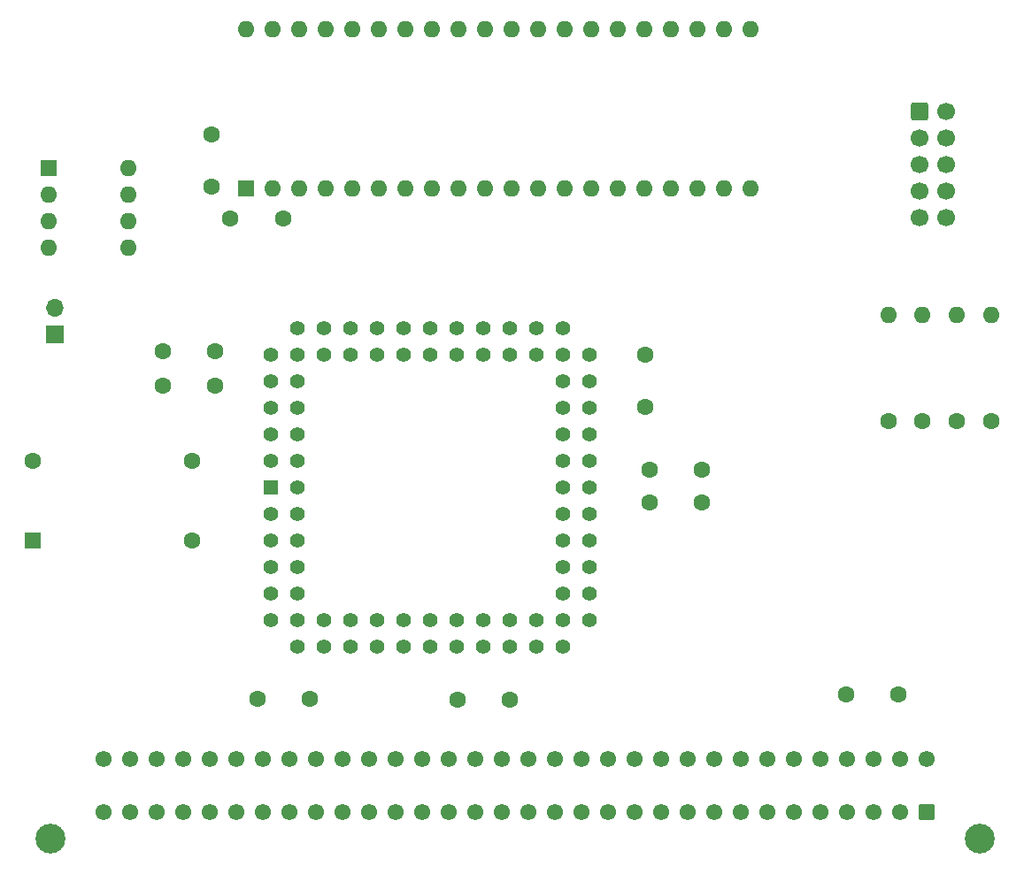
<source format=gbr>
%TF.GenerationSoftware,KiCad,Pcbnew,7.0.5*%
%TF.CreationDate,2024-01-19T11:40:42-07:00*%
%TF.ProjectId,cpu_board,6370755f-626f-4617-9264-2e6b69636164,rev?*%
%TF.SameCoordinates,Original*%
%TF.FileFunction,Soldermask,Bot*%
%TF.FilePolarity,Negative*%
%FSLAX46Y46*%
G04 Gerber Fmt 4.6, Leading zero omitted, Abs format (unit mm)*
G04 Created by KiCad (PCBNEW 7.0.5) date 2024-01-19 11:40:42*
%MOMM*%
%LPD*%
G01*
G04 APERTURE LIST*
G04 Aperture macros list*
%AMRoundRect*
0 Rectangle with rounded corners*
0 $1 Rounding radius*
0 $2 $3 $4 $5 $6 $7 $8 $9 X,Y pos of 4 corners*
0 Add a 4 corners polygon primitive as box body*
4,1,4,$2,$3,$4,$5,$6,$7,$8,$9,$2,$3,0*
0 Add four circle primitives for the rounded corners*
1,1,$1+$1,$2,$3*
1,1,$1+$1,$4,$5*
1,1,$1+$1,$6,$7*
1,1,$1+$1,$8,$9*
0 Add four rect primitives between the rounded corners*
20,1,$1+$1,$2,$3,$4,$5,0*
20,1,$1+$1,$4,$5,$6,$7,0*
20,1,$1+$1,$6,$7,$8,$9,0*
20,1,$1+$1,$8,$9,$2,$3,0*%
G04 Aperture macros list end*
%ADD10O,1.600000X1.600000*%
%ADD11C,1.600000*%
%ADD12RoundRect,0.250000X-0.600000X-0.600000X0.600000X-0.600000X0.600000X0.600000X-0.600000X0.600000X0*%
%ADD13C,1.700000*%
%ADD14R,1.700000X1.700000*%
%ADD15O,1.700000X1.700000*%
%ADD16R,1.422400X1.422400*%
%ADD17C,1.422400*%
%ADD18R,1.600000X1.600000*%
%ADD19C,2.850000*%
%ADD20C,1.550000*%
%ADD21RoundRect,0.249999X0.525001X0.525001X-0.525001X0.525001X-0.525001X-0.525001X0.525001X-0.525001X0*%
G04 APERTURE END LIST*
D10*
%TO.C,R4*%
X153050000Y-112920000D03*
D11*
X153050000Y-123080000D03*
%TD*%
D10*
%TO.C,R3*%
X149750000Y-112920000D03*
D11*
X149750000Y-123080000D03*
%TD*%
D10*
%TO.C,R2*%
X146500000Y-112920000D03*
D11*
X146500000Y-123080000D03*
%TD*%
D10*
%TO.C,R1*%
X143250000Y-112920000D03*
D11*
X143250000Y-123080000D03*
%TD*%
D12*
%TO.C,J3*%
X146250000Y-93460000D03*
D13*
X148790000Y-93460000D03*
X146250000Y-96000000D03*
X148790000Y-96000000D03*
X146250000Y-98540000D03*
X148790000Y-98540000D03*
X146250000Y-101080000D03*
X148790000Y-101080000D03*
X146250000Y-103620000D03*
X148790000Y-103620000D03*
%TD*%
D14*
%TO.C,SW1*%
X63500000Y-114775000D03*
D15*
X63500000Y-112235000D03*
%TD*%
D16*
%TO.C,U1*%
X84160000Y-129440000D03*
D17*
X86700000Y-129440000D03*
X84160000Y-131980000D03*
X86700000Y-131980000D03*
X84160000Y-134520000D03*
X86700000Y-134520000D03*
X84160000Y-137060000D03*
X86700000Y-137060000D03*
X84160000Y-139600000D03*
X86700000Y-139600000D03*
X84160000Y-142140000D03*
X86700000Y-144680000D03*
X86700000Y-142140000D03*
X89240000Y-144680000D03*
X89240000Y-142140000D03*
X91780000Y-144680000D03*
X91780000Y-142140000D03*
X94320000Y-144680000D03*
X94320000Y-142140000D03*
X96860000Y-144680000D03*
X96860000Y-142140000D03*
X99400000Y-144680000D03*
X99400000Y-142140000D03*
X101940000Y-144680000D03*
X101940000Y-142140000D03*
X104480000Y-144680000D03*
X104480000Y-142140000D03*
X107020000Y-144680000D03*
X107020000Y-142140000D03*
X109560000Y-144680000D03*
X109560000Y-142140000D03*
X112100000Y-144680000D03*
X114640000Y-142140000D03*
X112100000Y-142140000D03*
X114640000Y-139600000D03*
X112100000Y-139600000D03*
X114640000Y-137060000D03*
X112100000Y-137060000D03*
X114640000Y-134520000D03*
X112100000Y-134520000D03*
X114640000Y-131980000D03*
X112100000Y-131980000D03*
X114640000Y-129440000D03*
X112100000Y-129440000D03*
X114640000Y-126900000D03*
X112100000Y-126900000D03*
X114640000Y-124360000D03*
X112100000Y-124360000D03*
X114640000Y-121820000D03*
X112100000Y-121820000D03*
X114640000Y-119280000D03*
X112100000Y-119280000D03*
X114640000Y-116740000D03*
X112100000Y-114200000D03*
X112100000Y-116740000D03*
X109560000Y-114200000D03*
X109560000Y-116740000D03*
X107020000Y-114200000D03*
X107020000Y-116740000D03*
X104480000Y-114200000D03*
X104480000Y-116740000D03*
X101940000Y-114200000D03*
X101940000Y-116740000D03*
X99400000Y-114200000D03*
X99400000Y-116740000D03*
X96860000Y-114200000D03*
X96860000Y-116740000D03*
X94320000Y-114200000D03*
X94320000Y-116740000D03*
X91780000Y-114200000D03*
X91780000Y-116740000D03*
X89240000Y-114200000D03*
X89240000Y-116740000D03*
X86700000Y-114200000D03*
X84160000Y-116740000D03*
X86700000Y-116740000D03*
X84160000Y-119280000D03*
X86700000Y-119280000D03*
X84160000Y-121820000D03*
X86700000Y-121820000D03*
X84160000Y-124360000D03*
X86700000Y-124360000D03*
X84160000Y-126900000D03*
X86700000Y-126900000D03*
%TD*%
D11*
%TO.C,C6*%
X107000000Y-149750000D03*
X102000000Y-149750000D03*
%TD*%
%TO.C,C5*%
X78800000Y-119700000D03*
X73800000Y-119700000D03*
%TD*%
D18*
%TO.C,U3*%
X62880000Y-98880000D03*
D10*
X62880000Y-101420000D03*
X62880000Y-103960000D03*
X62880000Y-106500000D03*
X70500000Y-106500000D03*
X70500000Y-103960000D03*
X70500000Y-101420000D03*
X70500000Y-98880000D03*
%TD*%
D11*
%TO.C,C10*%
X78475000Y-100685000D03*
X78475000Y-95685000D03*
%TD*%
D19*
%TO.C,J1*%
X151978254Y-163045903D03*
X63078254Y-163045903D03*
D20*
X146898254Y-155425903D03*
X144358254Y-155425903D03*
X141818254Y-155425903D03*
X139278254Y-155425903D03*
X136738254Y-155425903D03*
X134198254Y-155425903D03*
X131658254Y-155425903D03*
X129118254Y-155425903D03*
X126578254Y-155425903D03*
X124038254Y-155425903D03*
X121498254Y-155425903D03*
X118958254Y-155425903D03*
X116418254Y-155425903D03*
X113878254Y-155425903D03*
X111338254Y-155425903D03*
X108798254Y-155425903D03*
X106258254Y-155425903D03*
X103718254Y-155425903D03*
X101178254Y-155425903D03*
X98638254Y-155425903D03*
X96098254Y-155425903D03*
X93558254Y-155425903D03*
X91018254Y-155425903D03*
X88478254Y-155425903D03*
X85938254Y-155425903D03*
X83398254Y-155425903D03*
X80858254Y-155425903D03*
X78318254Y-155425903D03*
X75778254Y-155425903D03*
X73238254Y-155425903D03*
X70698254Y-155425903D03*
X68158254Y-155425903D03*
X68158254Y-160505903D03*
X70698254Y-160505903D03*
X73238254Y-160505903D03*
X75778254Y-160505903D03*
X78318254Y-160505903D03*
X80858254Y-160505903D03*
X83398254Y-160505903D03*
X85938254Y-160505903D03*
X88478254Y-160505903D03*
X91018254Y-160505903D03*
X93558254Y-160505903D03*
X96098254Y-160505903D03*
X98638254Y-160505903D03*
X101178254Y-160505903D03*
X103718254Y-160505903D03*
X106258254Y-160505903D03*
X108798254Y-160505903D03*
X111338254Y-160505903D03*
X113878254Y-160505903D03*
X116418254Y-160505903D03*
X118958254Y-160505903D03*
X121498254Y-160505903D03*
X124038254Y-160505903D03*
X126578254Y-160505903D03*
X129118254Y-160505903D03*
X131658254Y-160505903D03*
X134198254Y-160505903D03*
X136738254Y-160505903D03*
X139278254Y-160505903D03*
X141818254Y-160505903D03*
X144358254Y-160505903D03*
D21*
X146898254Y-160505903D03*
%TD*%
D11*
%TO.C,C3*%
X85300000Y-103700000D03*
X80300000Y-103700000D03*
%TD*%
%TO.C,C2*%
X78800000Y-116400000D03*
X73800000Y-116400000D03*
%TD*%
%TO.C,C7*%
X82900000Y-149700000D03*
X87900000Y-149700000D03*
%TD*%
D18*
%TO.C,U2*%
X81775000Y-100825000D03*
D10*
X84315000Y-100825000D03*
X86855000Y-100825000D03*
X89395000Y-100825000D03*
X91935000Y-100825000D03*
X94475000Y-100825000D03*
X97015000Y-100825000D03*
X99555000Y-100825000D03*
X102095000Y-100825000D03*
X104635000Y-100825000D03*
X107175000Y-100825000D03*
X109715000Y-100825000D03*
X112255000Y-100825000D03*
X114795000Y-100825000D03*
X117335000Y-100825000D03*
X119875000Y-100825000D03*
X122415000Y-100825000D03*
X124955000Y-100825000D03*
X127495000Y-100825000D03*
X130035000Y-100825000D03*
X130035000Y-85585000D03*
X127495000Y-85585000D03*
X124955000Y-85585000D03*
X122415000Y-85585000D03*
X119875000Y-85585000D03*
X117335000Y-85585000D03*
X114795000Y-85585000D03*
X112255000Y-85585000D03*
X109715000Y-85585000D03*
X107175000Y-85585000D03*
X104635000Y-85585000D03*
X102095000Y-85585000D03*
X99555000Y-85585000D03*
X97015000Y-85585000D03*
X94475000Y-85585000D03*
X91935000Y-85585000D03*
X89395000Y-85585000D03*
X86855000Y-85585000D03*
X84315000Y-85585000D03*
X81775000Y-85585000D03*
%TD*%
D11*
%TO.C,C11*%
X144200000Y-149300000D03*
X139200000Y-149300000D03*
%TD*%
D18*
%TO.C,X2*%
X61380000Y-134510000D03*
D11*
X76620000Y-134510000D03*
X76620000Y-126890000D03*
X61380000Y-126890000D03*
%TD*%
%TO.C,C9*%
X120400000Y-127800000D03*
X125400000Y-127800000D03*
%TD*%
%TO.C,C4*%
X120000000Y-116800000D03*
X120000000Y-121800000D03*
%TD*%
%TO.C,C8*%
X120400000Y-130900000D03*
X125400000Y-130900000D03*
%TD*%
M02*

</source>
